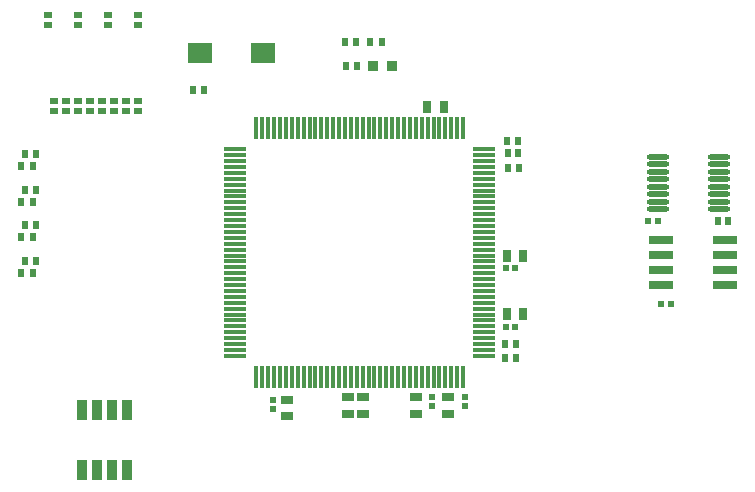
<source format=gtp>
%FSTAX25Y25*%
%MOIN*%
G70*
G01*
G75*
G04 Layer_Color=8421504*
%ADD10O,0.07087X0.01181*%
%ADD11O,0.01181X0.07087*%
%ADD12O,0.07284X0.01378*%
%ADD13R,0.08071X0.02756*%
%ADD14R,0.01772X0.02165*%
%ADD15R,0.03150X0.03150*%
%ADD16R,0.01575X0.02559*%
%ADD17R,0.02992X0.06299*%
%ADD18R,0.07874X0.06299*%
%ADD19R,0.02047X0.02047*%
%ADD20R,0.02047X0.02047*%
%ADD21R,0.03543X0.02756*%
%ADD22R,0.02756X0.03543*%
%ADD23R,0.02165X0.01772*%
%ADD24C,0.01000*%
%ADD25C,0.00500*%
%ADD26C,0.03000*%
%ADD27C,0.00700*%
%ADD28C,0.02000*%
%ADD29C,0.00669*%
%ADD30C,0.00591*%
%ADD31R,0.25197X0.25197*%
%ADD32C,0.06000*%
%ADD33P,0.12784X8X202.5*%
%ADD34P,0.12784X8X292.5*%
%ADD35C,0.05906*%
%ADD36R,0.05906X0.05906*%
%ADD37R,0.05906X0.05906*%
%ADD38P,0.06711X8X292.5*%
%ADD39O,0.05600X0.11200*%
%ADD40C,0.12600*%
%ADD41C,0.01969*%
%ADD42C,0.01600*%
%ADD43C,0.05000*%
%ADD44C,0.01595*%
%ADD45C,0.02800*%
%ADD46C,0.04000*%
%ADD47R,0.70200X0.25400*%
%ADD48C,0.07550*%
%ADD49O,0.08724X0.11087*%
%ADD50O,0.11087X0.08724*%
%ADD51C,0.07543*%
G04:AMPARAMS|DCode=52|XSize=95.433mil|YSize=95.433mil|CornerRadius=0mil|HoleSize=0mil|Usage=FLASHONLY|Rotation=0.000|XOffset=0mil|YOffset=0mil|HoleType=Round|Shape=Relief|Width=10mil|Gap=10mil|Entries=4|*
%AMTHD52*
7,0,0,0.09543,0.07543,0.01000,45*
%
%ADD52THD52*%
%ADD53C,0.07800*%
%ADD54C,0.07400*%
G04:AMPARAMS|DCode=55|XSize=95.5mil|YSize=95.5mil|CornerRadius=0mil|HoleSize=0mil|Usage=FLASHONLY|Rotation=0.000|XOffset=0mil|YOffset=0mil|HoleType=Round|Shape=Relief|Width=10mil|Gap=10mil|Entries=4|*
%AMTHD55*
7,0,0,0.09550,0.07550,0.01000,45*
%
%ADD55THD55*%
%ADD56C,0.16600*%
%ADD57C,0.06800*%
G04:AMPARAMS|DCode=58|XSize=70mil|YSize=70mil|CornerRadius=0mil|HoleSize=0mil|Usage=FLASHONLY|Rotation=0.000|XOffset=0mil|YOffset=0mil|HoleType=Round|Shape=Relief|Width=10mil|Gap=10mil|Entries=4|*
%AMTHD58*
7,0,0,0.07000,0.05000,0.01000,45*
%
%ADD58THD58*%
%ADD59C,0.05600*%
%AMTHOVALD60*
21,1,0.02362,0.10724,0,0,270.0*
1,1,0.10724,0.00000,0.01181*
1,1,0.10724,0.00000,-0.01181*
21,0,0.02362,0.08724,0,0,270.0*
1,0,0.08724,0.00000,0.01181*
1,0,0.08724,0.00000,-0.01181*
4,0,4,-0.00354,0.00828,-0.04145,0.04619,-0.03438,0.05326,0.00354,0.01535,-0.00354,0.00828,0.0*
4,0,4,-0.00354,-0.01535,0.03438,-0.05326,0.04145,-0.04619,0.00354,-0.00828,-0.00354,-0.01535,0.0*
4,0,4,-0.00354,0.01535,0.03438,0.05326,0.04145,0.04619,0.00354,0.00828,-0.00354,0.01535,0.0*
4,0,4,-0.00354,-0.00828,-0.04145,-0.04619,-0.03438,-0.05326,0.00354,-0.01535,-0.00354,-0.00828,0.0*
%
%ADD60THOVALD60*%

%AMTHOVALD61*
21,1,0.02362,0.10724,0,0,360.0*
1,1,0.10724,-0.01181,0.00000*
1,1,0.10724,0.01181,0.00000*
21,0,0.02362,0.08724,0,0,360.0*
1,0,0.08724,-0.01181,0.00000*
1,0,0.08724,0.01181,0.00000*
4,0,4,-0.00828,-0.00354,-0.04619,-0.04145,-0.05326,-0.03438,-0.01535,0.00354,-0.00828,-0.00354,0.0*
4,0,4,0.01535,-0.00354,0.05326,0.03438,0.04619,0.04145,0.00828,0.00354,0.01535,-0.00354,0.0*
4,0,4,-0.01535,-0.00354,-0.05326,0.03438,-0.04619,0.04145,-0.00828,0.00354,-0.01535,-0.00354,0.0*
4,0,4,0.00828,-0.00354,0.04619,-0.04145,0.05326,-0.03438,0.01535,0.00354,0.00828,-0.00354,0.0*
%
%ADD61THOVALD61*%

G04:AMPARAMS|DCode=62|XSize=98mil|YSize=98mil|CornerRadius=0mil|HoleSize=0mil|Usage=FLASHONLY|Rotation=0.000|XOffset=0mil|YOffset=0mil|HoleType=Round|Shape=Relief|Width=10mil|Gap=10mil|Entries=4|*
%AMTHD62*
7,0,0,0.09800,0.07800,0.01000,45*
%
%ADD62THD62*%
G04:AMPARAMS|DCode=63|XSize=94mil|YSize=94mil|CornerRadius=0mil|HoleSize=0mil|Usage=FLASHONLY|Rotation=0.000|XOffset=0mil|YOffset=0mil|HoleType=Round|Shape=Relief|Width=10mil|Gap=10mil|Entries=4|*
%AMTHD63*
7,0,0,0.09400,0.07400,0.01000,45*
%
%ADD63THD63*%
G04:AMPARAMS|DCode=64|XSize=88mil|YSize=88mil|CornerRadius=0mil|HoleSize=0mil|Usage=FLASHONLY|Rotation=0.000|XOffset=0mil|YOffset=0mil|HoleType=Round|Shape=Relief|Width=10mil|Gap=10mil|Entries=4|*
%AMTHD64*
7,0,0,0.08800,0.06800,0.01000,45*
%
%ADD64THD64*%
G04:AMPARAMS|DCode=65|XSize=76mil|YSize=76mil|CornerRadius=0mil|HoleSize=0mil|Usage=FLASHONLY|Rotation=0.000|XOffset=0mil|YOffset=0mil|HoleType=Round|Shape=Relief|Width=10mil|Gap=10mil|Entries=4|*
%AMTHD65*
7,0,0,0.07600,0.05600,0.01000,45*
%
%ADD65THD65*%
%ADD66R,0.06102X0.01378*%
%ADD67O,0.01378X0.04724*%
%ADD68R,0.07480X0.12205*%
%ADD69R,0.07480X0.03150*%
%ADD70R,0.06299X0.02559*%
%ADD71R,0.01969X0.01181*%
%ADD72R,0.08661X0.11811*%
%ADD73C,0.01181*%
%ADD74R,0.03543X0.04724*%
%ADD75R,0.06693X0.06614*%
%ADD76R,0.08661X0.07874*%
%ADD77C,0.05000*%
%ADD78C,0.01500*%
%ADD79C,0.01300*%
%ADD80C,0.00984*%
%ADD81C,0.02362*%
%ADD82C,0.02165*%
%ADD83C,0.00787*%
%ADD84C,0.00600*%
%ADD85C,0.01200*%
%ADD86R,0.03937X0.02953*%
%ADD87O,0.07487X0.01581*%
%ADD88O,0.01581X0.07487*%
%ADD89O,0.07684X0.01778*%
%ADD90R,0.08471X0.03156*%
%ADD91R,0.02172X0.02565*%
%ADD92R,0.03550X0.03550*%
%ADD93R,0.01975X0.02959*%
%ADD94R,0.03392X0.06699*%
%ADD95R,0.08274X0.06699*%
%ADD96R,0.02447X0.02447*%
%ADD97R,0.02447X0.02447*%
%ADD98R,0.03943X0.03156*%
%ADD99R,0.03156X0.03943*%
%ADD100R,0.02565X0.02172*%
D87*
X0181124Y017101D02*
D03*
Y0172979D02*
D03*
Y0174947D02*
D03*
Y0176916D02*
D03*
Y0178884D02*
D03*
Y0180853D02*
D03*
Y0182821D02*
D03*
Y018479D02*
D03*
Y0186758D02*
D03*
Y0188727D02*
D03*
Y0190695D02*
D03*
Y0192664D02*
D03*
Y0194632D02*
D03*
Y0196601D02*
D03*
Y0198569D02*
D03*
Y0200538D02*
D03*
Y0202506D02*
D03*
Y0204475D02*
D03*
Y0206443D02*
D03*
Y0208412D02*
D03*
Y021038D02*
D03*
Y0212349D02*
D03*
Y0214317D02*
D03*
Y0216286D02*
D03*
Y0218254D02*
D03*
Y0220223D02*
D03*
Y0222191D02*
D03*
Y022416D02*
D03*
Y0226128D02*
D03*
Y0228097D02*
D03*
Y0230065D02*
D03*
Y0232034D02*
D03*
Y0234002D02*
D03*
Y0235971D02*
D03*
Y0237939D02*
D03*
Y0239908D02*
D03*
X0264194D02*
D03*
Y0237939D02*
D03*
Y0235971D02*
D03*
Y0234002D02*
D03*
Y0232034D02*
D03*
Y0230065D02*
D03*
Y0228097D02*
D03*
Y0226128D02*
D03*
Y022416D02*
D03*
Y0222191D02*
D03*
Y0220223D02*
D03*
Y0218254D02*
D03*
Y0216286D02*
D03*
Y0214317D02*
D03*
Y0212349D02*
D03*
Y021038D02*
D03*
Y0208412D02*
D03*
Y0206443D02*
D03*
Y0204475D02*
D03*
Y0202506D02*
D03*
Y0200538D02*
D03*
Y0198569D02*
D03*
Y0196601D02*
D03*
Y0194632D02*
D03*
Y0192664D02*
D03*
Y0190695D02*
D03*
Y0188727D02*
D03*
Y0186758D02*
D03*
Y018479D02*
D03*
Y0182821D02*
D03*
Y0180853D02*
D03*
Y0178884D02*
D03*
Y0176916D02*
D03*
Y0174947D02*
D03*
Y0172979D02*
D03*
Y017101D02*
D03*
D88*
X018821Y0246994D02*
D03*
X0190179D02*
D03*
X0192147D02*
D03*
X0194116D02*
D03*
X0196084D02*
D03*
X0198053D02*
D03*
X0200021D02*
D03*
X020199D02*
D03*
X0203958D02*
D03*
X0205927D02*
D03*
X0207895D02*
D03*
X0209864D02*
D03*
X0211832D02*
D03*
X0213801D02*
D03*
X0215769D02*
D03*
X0217738D02*
D03*
X0219706D02*
D03*
X0221675D02*
D03*
X0223643D02*
D03*
X0225612D02*
D03*
X022758D02*
D03*
X0229549D02*
D03*
X0231517D02*
D03*
X0233486D02*
D03*
X0235454D02*
D03*
X0237423D02*
D03*
X0239391D02*
D03*
X024136D02*
D03*
X0243328D02*
D03*
X0245297D02*
D03*
X0247265D02*
D03*
X0249234D02*
D03*
X0251202D02*
D03*
X0253171D02*
D03*
X0255139D02*
D03*
X0257108D02*
D03*
Y0163924D02*
D03*
X0255139D02*
D03*
X0253171D02*
D03*
X0251202D02*
D03*
X0249234D02*
D03*
X0247265D02*
D03*
X0245297D02*
D03*
X0243328D02*
D03*
X024136D02*
D03*
X0239391D02*
D03*
X0237423D02*
D03*
X0235454D02*
D03*
X0233486D02*
D03*
X0231517D02*
D03*
X0229549D02*
D03*
X022758D02*
D03*
X0225612D02*
D03*
X0223643D02*
D03*
X0221675D02*
D03*
X0219706D02*
D03*
X0217738D02*
D03*
X0215769D02*
D03*
X0213801D02*
D03*
X0211832D02*
D03*
X0209864D02*
D03*
X0207895D02*
D03*
X0205927D02*
D03*
X0203958D02*
D03*
X020199D02*
D03*
X0200021D02*
D03*
X0198053D02*
D03*
X0196084D02*
D03*
X0194116D02*
D03*
X0192147D02*
D03*
X0190179D02*
D03*
X018821D02*
D03*
D89*
X0321949Y0237392D02*
D03*
Y0234892D02*
D03*
Y0232392D02*
D03*
Y0229892D02*
D03*
Y0227392D02*
D03*
Y0224892D02*
D03*
Y0222392D02*
D03*
Y0219892D02*
D03*
X0342421Y0237392D02*
D03*
Y0234892D02*
D03*
Y0232392D02*
D03*
Y0229892D02*
D03*
Y0227392D02*
D03*
Y0224892D02*
D03*
Y0222392D02*
D03*
Y0219892D02*
D03*
D90*
X0323241Y0209506D02*
D03*
Y0204505D02*
D03*
Y0199505D02*
D03*
Y0194506D02*
D03*
X0344304Y0209506D02*
D03*
Y0204505D02*
D03*
Y0199505D02*
D03*
Y0194506D02*
D03*
D91*
X0217717Y0275492D02*
D03*
X022126D02*
D03*
X0221654Y0267717D02*
D03*
X021811D02*
D03*
X0114764Y0202756D02*
D03*
X0111221D02*
D03*
X0114764Y0214567D02*
D03*
X0111221D02*
D03*
X0114764Y0226378D02*
D03*
X0111221D02*
D03*
X0114764Y0238189D02*
D03*
X0111221D02*
D03*
X0170669Y0259744D02*
D03*
X0167126D02*
D03*
X0275343Y02426D02*
D03*
X02718D02*
D03*
X0274772Y01703D02*
D03*
X0271228D02*
D03*
X0274772Y0175D02*
D03*
X0271228D02*
D03*
X0272222Y02336D02*
D03*
X0275765D02*
D03*
X0275472Y02387D02*
D03*
X0271928D02*
D03*
X0345571Y0215945D02*
D03*
X0342028D02*
D03*
D92*
X0233465Y0267717D02*
D03*
X0226965D02*
D03*
D93*
X0230217Y0275492D02*
D03*
X0226083D02*
D03*
X0109744Y0234252D02*
D03*
X0113878D02*
D03*
Y0222441D02*
D03*
X0109744D02*
D03*
Y021063D02*
D03*
X0113878D02*
D03*
Y0198819D02*
D03*
X0109744D02*
D03*
D94*
X0145079Y0132913D02*
D03*
Y0152913D02*
D03*
X0140079Y0132913D02*
D03*
Y0152913D02*
D03*
X0135079Y0132913D02*
D03*
Y0152913D02*
D03*
X0130079Y0132913D02*
D03*
Y0152913D02*
D03*
D95*
X0190551Y0272047D02*
D03*
X0169291D02*
D03*
D96*
X0318924Y0215999D02*
D03*
X0322074D02*
D03*
X0326347Y0188206D02*
D03*
X0323198D02*
D03*
X0271325Y01808D02*
D03*
X0274475D02*
D03*
X0271425Y02002D02*
D03*
X0274575D02*
D03*
D97*
X02579Y0157475D02*
D03*
Y0154325D02*
D03*
X01939Y0156475D02*
D03*
Y0153325D02*
D03*
X02468Y0157475D02*
D03*
Y0154325D02*
D03*
D98*
X02236Y0157156D02*
D03*
Y0151644D02*
D03*
X01985Y0150844D02*
D03*
Y0156356D02*
D03*
X02522Y0151644D02*
D03*
Y0157156D02*
D03*
X02187Y0151644D02*
D03*
Y0157156D02*
D03*
X02414Y0151644D02*
D03*
Y0157156D02*
D03*
D99*
X0271644Y02043D02*
D03*
X0277156D02*
D03*
X0245144Y02539D02*
D03*
X0250656D02*
D03*
X0277156Y01849D02*
D03*
X0271644D02*
D03*
D100*
X01447Y02526D02*
D03*
Y0256143D02*
D03*
X01366Y02525D02*
D03*
Y0256043D02*
D03*
X01286Y0252528D02*
D03*
Y0256072D02*
D03*
X01206Y0252528D02*
D03*
Y0256072D02*
D03*
X01487Y02526D02*
D03*
Y0256143D02*
D03*
X01406Y02525D02*
D03*
Y0256043D02*
D03*
X01326Y0252528D02*
D03*
Y0256072D02*
D03*
X01246Y0252528D02*
D03*
Y0256072D02*
D03*
X01187Y0281228D02*
D03*
Y0284772D02*
D03*
X01287Y0281228D02*
D03*
Y0284772D02*
D03*
X01387Y0281228D02*
D03*
Y0284772D02*
D03*
X01487Y0281228D02*
D03*
Y0284772D02*
D03*
M02*

</source>
